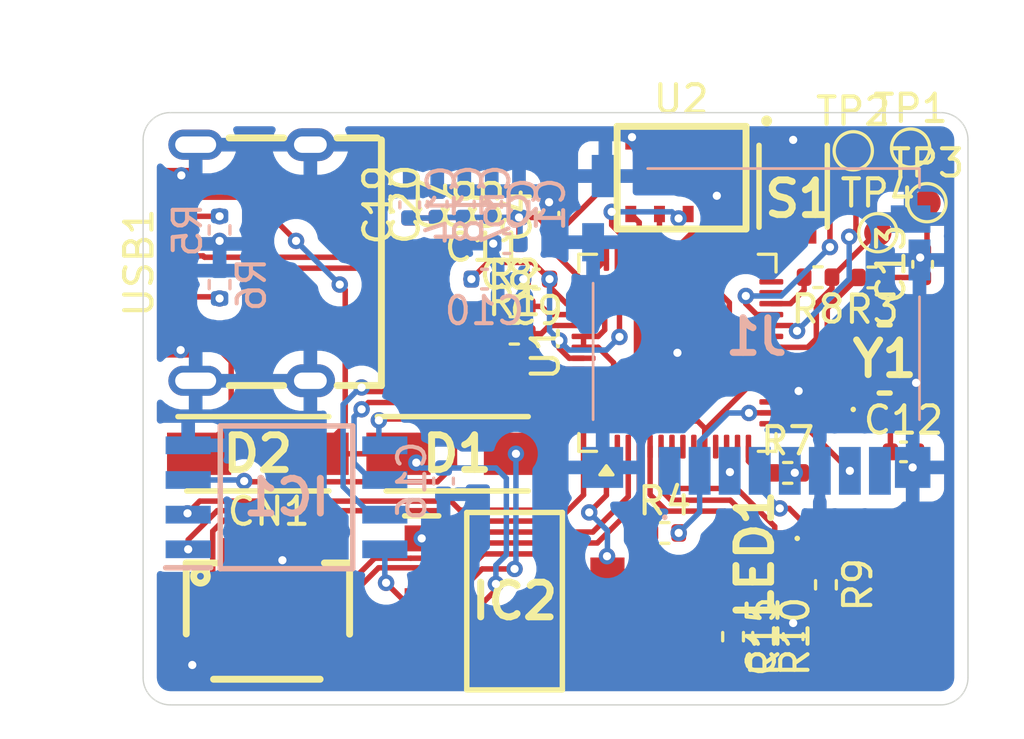
<source format=kicad_pcb>
(kicad_pcb (version 20241229) (generator "pcbnew") (generator_version "9.0")
  (layers (0 "F.Cu" signal) (2 "B.Cu" signal) (13 "F.Paste" user) (15 "B.Paste" user) (5 "F.SilkS" user "F.Silkscreen") (7 "B.SilkS" user "B.Silkscreen") (1 "F.Mask" user) (3 "B.Mask" user) (25 "Edge.Cuts" user))
  (net 0 "")
  (net 1 "GND")
  (net 2 "+3V3")
  (net 3 "+1V1")
  (net 4 "/XIN")
  (net 5 "Net-(Y1-CRYSTAL_2)")
  (net 6 "VBUS")
  (net 7 "/GPIO1")
  (net 8 "Net-(D1-A)")
  (net 9 "/GPIO2")
  (net 10 "Net-(D2-K)")
  (net 11 "/QSPI_SD1")
  (net 12 "/QSPI_SD2")
  (net 13 "/QSPI_SCLK")
  (net 14 "/QSPI_SD0")
  (net 15 "/QSPI_SD3")
  (net 16 "/QSPI_SS")
  (net 17 "/GPIO13")
  (net 20 "/GPIO12")
  (net 21 "/GPIO11")
  (net 22 "Net-(J1-CLK)")
  (net 23 "/GPIO3")
  (net 24 "/GPIO5")
  (net 25 "Net-(LED1-A_RED)")
  (net 26 "Net-(LED1-A_GREEN)")
  (net 27 "/GPIO4")
  (net 28 "Net-(LED1-A_BLUE)")
  (net 29 "/USB_D+")
  (net 30 "/USB_DIFF+")
  (net 31 "/USB_D-")
  (net 32 "/USB_DIFF-")
  (net 33 "/XOUT")
  (net 34 "Net-(USB1-CC2)")
  (net 35 "Net-(USB1-CC1)")
  (net 36 "/GPIO10")
  (net 37 "Net-(U1-RUN)")
  (net 38 "/GPIO23")
  (net 39 "/SWCLK")
  (net 40 "/SWD")
  (net 48 "/GPIO26_ADC0")
  (net 53 "/GPIO28_ADC2")
  (net 57 "/GPIO27_ADC1")
  (footprint "fpv_sound_logger:DIOM5227X270N" (layer "F.Cu") (at 135.5 92.4)
    (property "Reference" "D1")
    (property "Value" "SS14" (hide yes))
  )
  (footprint "Resistor_SMD:R_0402_1005Metric" (layer "F.Cu") (at 143.1 95.3)
    (property "Reference" "R4")
    (property "Value" "47k")
  )
  (footprint "fpv_sound_logger:MID-SMD_L4.7-W3.8_INMP441ACEZ" (layer "F.Cu") (at 143.429967 82.285034)
    (property "Reference" "U2")
    (property "Value" "INMP441ACEZ-R7")
  )
  (footprint "Capacitor_SMD:C_0402_1005Metric" (layer "F.Cu") (at 133.7625 83.2825 90)
    (property "Reference" "C19")
    (property "Value" "100n")
  )
  (footprint "Capacitor_SMD:C_0402_1005Metric" (layer "F.Cu") (at 137.3 84.7 180)
    (property "Reference" "C8")
    (property "Value" "1u")
  )
  (footprint "Capacitor_SMD:C_0402_1005Metric" (layer "F.Cu") (at 135.7625 83.2625 90)
    (property "Reference" "C7")
    (property "Value" "100n")
  )
  (footprint "TestPoint:TestPoint_Pad_D1.0mm" (layer "F.Cu") (at 152.7 83.2)
    (property "Reference" "TP3")
    (property "Value" "TestPoint")
  )
  (footprint "fpv_sound_logger:ABM8272T3" (layer "F.Cu") (at 151.15 88.925)
    (property "Reference" "Y1")
    (property "Value" "ABM8-272-T3" (hide yes))
  )
  (footprint "Resistor_SMD:R_0402_1005Metric" (layer "F.Cu") (at 146.7 99.1 -90)
    (property "Reference" "R10")
    (property "Value" "1k")
  )
  (footprint "Resistor_SMD:R_0402_1005Metric" (layer "F.Cu") (at 150.69 85.94 180)
    (property "Reference" "R3")
    (property "Value" "27")
  )
  (footprint "Resistor_SMD:R_0402_1005Metric" (layer "F.Cu") (at 137.59 87)
    (property "Reference" "R2")
    (property "Value" "27")
  )
  (footprint "fpv_sound_logger:SOT230P700X180-4N" (layer "F.Cu") (at 137.6 97.8)
    (property "Reference" "IC2")
    (property "Value" "NCP1117ST33T3G" (hide yes))
  )
  (footprint "Capacitor_SMD:C_0402_1005Metric" (layer "F.Cu") (at 136.5 86)
    (property "Reference" "C11")
    (property "Value" "100n")
  )
  (footprint "fpv_sound_logger:B3U-1000P" (layer "F.Cu") (at 147.8 82.6 90)
    (property "Reference" "S1")
    (property "Value" "B3U-1000P" (hide yes))
  )
  (footprint "Resistor_SMD:R_0402_1005Metric" (layer "F.Cu") (at 148.71 85.93 180)
    (property "Reference" "R8")
    (property "Value" "10k")
  )
  (footprint "Capacitor_SMD:C_0402_1005Metric" (layer "F.Cu") (at 152.54 85.46 90)
    (property "Reference" "C13")
    (property "Value" "1u")
  )
  (footprint "Capacitor_SMD:C_0402_1005Metric" (layer "F.Cu") (at 151.84 92.33)
    (property "Reference" "C12")
    (property "Value" "1u")
  )
  (footprint "Capacitor_SMD:C_0402_1005Metric" (layer "F.Cu") (at 138.4 86 180)
    (property "Reference" "C9")
    (property "Value" "1u")
  )
  (footprint "fpv_sound_logger:INS66TFT5R5G5B" (layer "F.Cu") (at 146.4 96.1 -90)
    (property "Reference" "LED1")
    (property "Value" "IN-S66TFT5R5G5B" (hide yes))
  )
  (footprint "TestPoint:TestPoint_Pad_D1.0mm" (layer "F.Cu") (at 150.9 84.3)
    (property "Reference" "TP4")
    (property "Value" "TestPoint")
  )
  (footprint "Capacitor_SMD:C_0402_1005Metric" (layer "F.Cu") (at 136.7625 83.2625 90)
    (property "Reference" "C6")
    (property "Value" "100n")
  )
  (footprint "Capacitor_SMD:C_0402_1005Metric" (layer "F.Cu") (at 137.7625 83.2625 90)
    (property "Reference" "C5")
    (property "Value" "100n")
  )
  (footprint "Resistor_SMD:R_0402_1005Metric" (layer "F.Cu") (at 149 97.2 -90)
    (property "Reference" "R9")
    (property "Value" "1k")
  )
  (footprint "fpv_sound_logger:CONN-SMD_4P-P1.00_SM04B-SRSS-TB-LF-SN" (layer "F.Cu") (at 128.6 98.2)
    (property "Reference" "CN1")
    (property "Value" "SM04B-SRSS-TB(LF)(SN)")
  )
  (footprint "TestPoint:TestPoint_Pad_D1.0mm" (layer "F.Cu") (at 150 81.3)
    (property "Reference" "TP2")
    (property "Value" "TestPoint")
  )
  (footprint "Capacitor_SMD:C_0402_1005Metric" (layer "F.Cu") (at 138.8625 83.6625 90)
    (property "Reference" "C4")
    (property "Value" "100n")
  )
  (footprint "Resistor_SMD:R_0402_1005Metric" (layer "F.Cu") (at 137.59 88)
    (property "Reference" "R1")
    (property "Value" "27")
  )
  (footprint "fpv_sound_logger:DIOM5227X270N" (layer "F.Cu") (at 128.2 92.4)
    (property "Reference" "D2")
    (property "Value" "SS14" (hide yes))
  )
  (footprint "Capacitor_SMD:C_0402_1005Metric" (layer "F.Cu") (at 134.7625 83.2625 90)
    (property "Reference" "C20")
    (property "Value" "1u")
  )
  (footprint "TestPoint:TestPoint_Pad_D1.0mm" (layer "F.Cu") (at 152.1 81.2)
    (property "Reference" "TP1")
    (property "Value" "TestPoint")
  )
  (footprint "Package_DFN_QFN:QFN-56-1EP_7x7mm_P0.4mm_EP3.2x3.2mm" (layer "F.Cu") (at 143.5625 88.7 90)
    (property "Reference" "U1")
    (property "Value" "RP2040")
  )
  (footprint "fpv_sound_logger:USB-C-SMD_TYPE-C-6PIN-2MD-073" (layer "F.Cu") (at 127.74925 85.4 90)
    (property "Reference" "USB1")
    (property "Value" "TYPE-C 16PIN 2MD(073)")
  )
  (footprint "Resistor_SMD:R_0402_1005Metric" (layer "F.Cu") (at 147.6 93.1)
    (property "Reference" "R7")
    (property "Value" "22")
  )
  (footprint "Resistor_SMD:R_0402_1005Metric" (layer "F.Cu") (at 145.6 99.1 -90)
    (property "Reference" "R11")
    (property "Value" "1k")
  )
  (footprint "Capacitor_SMD:C_0402_1005Metric" (layer "F.Cu") (at 147.8 99.1 90)
    (property "Reference" "C15")
    (property "Value" "10u")
  )
  (footprint "Resistor_SMD:R_0402_1005Metric" (layer "B.Cu") (at 126.8 84.2 -90)
    (property "Reference" "R5")
    (property "Value" "5k1")
  )
  (footprint "Resistor_SMD:R_0402_1005Metric" (layer "B.Cu") (at 126.8 86.2 90)
    (property "Reference" "R6")
    (property "Value" "5k1")
  )
  (footprint "Capacitor_SMD:C_0402_1005Metric" (layer "B.Cu") (at 135 93.4 -90)
    (property "Reference" "C16")
    (property "Value" "10u")
  )
  (footprint "Capacitor_SMD:C_0402_1005Metric" (layer "B.Cu") (at 137.32 84.7 180)
    (property "Reference" "C3")
    (property "Value" "100n")
  )
  (footprint "fpv_sound_logger:DM3DSF" (layer "B.Cu") (at 146.45 87.675 180)
    (property "Reference" "J1")
    (property "Value" "DM3D-SF" (hide yes))
  )
  (footprint "Capacitor_SMD:C_0402_1005Metric" (layer "B.Cu") (at 136.5 86)
    (property "Reference" "C10")
    (property "Value" "100n")
  )
  (footprint "Capacitor_SMD:C_0402_1005Metric" (layer "B.Cu") (at 136.7625 83.26 90)
    (property "Reference" "C2")
    (property "Value" "100n")
  )
  (footprint "Capacitor_SMD:C_0402_1005Metric" (layer "B.Cu") (at 137.7625 83.26 90)
    (property "Reference" "C1")
    (property "Value" "100n")
  )
  (footprint "fpv_sound_logger:SOIC127P790X216-8N" (layer "B.Cu") (at 129.25 93.995)
    (property "Reference" "IC1")
    (property "Value" "W25Q128JVSIQ" (hide yes))
  )
  (footprint "Capacitor_SMD:C_0402_1005Metric" (layer "B.Cu") (at 134.77 83.26 90)
    (property "Reference" "C18")
    (property "Value" "100n")
  )
  (footprint "Capacitor_SMD:C_0402_1005Metric" (layer "B.Cu") (at 135.76 83.26 90)
    (property "Reference" "C17")
    (property "Value" "10u")
  )
  (footprint "Capacitor_SMD:C_0402_1005Metric" (layer "B.Cu") (at 133.76 83.28 90)
    (property "Reference" "C14")
    (property "Value" "1u")
  )
  (gr_line (start 154.2 80.9) (end 154.2 100.6) (stroke (width 0.05)) (layer "Edge.Cuts"))
  (gr_arc (start 124 80.9) (mid 124.292893 80.192893) (end 125 79.9) (stroke (width 0.05)) (layer "Edge.Cuts"))
  (gr_line (start 125 79.9) (end 153.2 79.9) (stroke (width 0.05)) (layer "Edge.Cuts"))
  (gr_line (start 153.2 101.6) (end 125 101.6) (stroke (width 0.05)) (layer "Edge.Cuts"))
  (gr_arc (start 125 101.6) (mid 124.292893 101.307107) (end 124 100.6) (stroke (width 0.05)) (layer "Edge.Cuts"))
  (gr_arc (start 153.2 79.9) (mid 153.907107 80.192893) (end 154.2 80.9) (stroke (width 0.05)) (layer "Edge.Cuts"))
  (gr_line (start 124 100.6) (end 124 80.9) (stroke (width 0.05)) (layer "Edge.Cuts"))
  (gr_arc (start 154.2 100.6) (mid 153.907107 101.307107) (end 153.2 101.6) (stroke (width 0.05)) (layer "Edge.Cuts"))
  (segment (start 145.004967 81.620534) (end 145.004967 82.946534) (width 0.2) (layer "F.Cu") (net 1))
  (segment (start 150.55 88.05) (end 152.3 89.8) (width 0.2) (layer "F.Cu") (net 1))
  (segment (start 137.7625 82.7825) (end 138.4625 82.7825) (width 0.2) (layer "F.Cu") (net 1))
  (segment (start 136.98 86) (end 137.92 86) (width 0.2) (layer "F.Cu") (net 1))
  (segment (start 133.7625 82.8025) (end 134.7425 82.8025) (width 0.2) (layer "F.Cu") (net 1))
  (segment (start 147.6 89.7) (end 148 90.1) (width 0.2) (layer "F.Cu") (net 1))
  (segment (start 134.7425 82.8025) (end 134.7625 82.7825) (width 0.2) (layer "F.Cu") (net 1))
  (segment (start 152.7 84.82) (end 152.54 84.98) (width 0.2) (layer "F.Cu") (net 1))
  (segment (start 152.7 83.2) (end 152.7 84.82) (width 0.2) (layer "F.Cu") (net 1))
  (segment (start 136.7625 82.7825) (end 137.7625 82.7825) (width 0.2) (layer "F.Cu") (net 1))
  (segment (start 129.1005 96.2625) (end 129.1005 96.2995) (width 0.2) (layer "F.Cu") (net 1))
  (segment (start 125.8005 100.138) (end 125.8 100.1375) (width 0.2) (layer "F.Cu") (net 1))
  (segment (start 152.54 84.98) (end 152.54 85.119447) (width 0.2) (layer "F.Cu") (net 1))
  (segment (start 147 89.7) (end 147.6 89.7) (width 0.2) (layer "F.Cu") (net 1))
  (segment (start 150 88.05) (end 150.55 88.05) (width 0.2) (layer "F.Cu") (net 1))
  (segment (start 131.4 100.138) (end 125.8005 100.138) (width 0.2) (layer "F.Cu") (net 1))
  (segment (start 152.32 92.33) (end 152.32 92.755) (width 0.2) (layer "F.Cu") (net 1))
  (segment (start 129.1005 96.2995) (end 129.1 96.3) (width 0.2) (layer "F.Cu") (net 1))
  (segment (start 152.32 92.755) (end 152.175 92.9) (width 0.2) (layer "F.Cu") (net 1))
  (segment (start 147.8 98.62) (end 147.8 98.6) (width 0.2) (layer "F.Cu") (net 1))
  (segment (start 135.7625 82.7825) (end 136.7625 82.7825) (width 0.2) (layer "F.Cu") (net 1))
  (segment (start 125.37425 82.2) (end 125.4 82.2) (width 0.2) (layer "F.Cu") (net 1))
  (segment (start 144.5625 89.7) (end 143.5625 88.7) (width 0.2) (layer "F.Cu") (net 1))
  (segment (start 152.54 85.119447) (end 152.449447 85.21) (width 0.2) (layer "F.Cu") (net 1))
  (segment (start 134.7625 82.7825) (end 135.7625 82.7825) (width 0.2) (layer "F.Cu") (net 1))
  (segment (start 138.4625 82.7825) (end 138.8625 83.1825) (width 0.2) (layer "F.Cu") (net 1))
  (via (at 125.37425 88.6) (size 0.6) (drill 0.3) (layers "F.Cu" "B.Cu") (net 1))
  (via (at 148 90.1) (size 0.6) (drill 0.3) (layers "F.Cu" "B.Cu") (net 1))
  (via (at 136.82 84.7) (size 0.6) (drill 0.3) (layers "F.Cu" "B.Cu") (net 1))
  (via (at 152.449447 85.21) (size 0.6) (drill 0.3) (layers "F.Cu" "B.Cu") (net 1))
  (via (at 137.92 86) (size 0.6) (drill 0.3) (layers "F.Cu" "B.Cu") (net 1))
  (via (at 145.004967 82.946534) (size 0.6) (drill 0.3) (layers "F.Cu" "B.Cu") (net 1))
  (via (at 152.175 92.9) (size 0.6) (drill 0.3) (layers "F.Cu" "B.Cu") (net 1))
  (via (at 138.8625 83.1825) (size 0.6) (drill 0.3) (layers "F.Cu" "B.Cu") (net 1))
  (via (at 126.8 84.6) (size 0.6) (drill 0.3) (layers "F.Cu" "B.Cu") (net 1))
  (via (at 147.8 98.6) (size 0.6) (drill 0.3) (layers "F.Cu" "B.Cu") (net 1))
  (via (at 125.4 82.2) (size 0.6) (drill 0.3) (layers "F.Cu" "B.Cu") (net 1))
  (via (at 129.1 96.3) (size 0.6) (drill 0.3) (layers "F.Cu" "B.Cu") (net 1))
  (via (at 147.8 80.9) (size 0.6) (drill 0.3) (layers "F.Cu" "B.Cu") (net 1))
  (via (at 141.9 80.8) (size 0.6) (drill 0.3) (layers "F.Cu" "B.Cu") (net 1))
  (via (at 125.8 100.1375) (size 0.6) (drill 0.3) (layers "F.Cu" "B.Cu") (net 1))
  (via (at 143.5625 88.7) (size 0.6) (drill 0.3) (layers "F.Cu" "B.Cu") (net 1))
  (via (at 134.2 95.5) (size 0.6) (drill 0.3) (layers "F.Cu" "B.Cu") (net 1))
  (via (at 152.3 89.8) (size 0.6) (drill 0.3) (layers "F.Cu" "B.Cu") (net 1))
  (segment (start 135 93.88) (end 135 94.7) (width 0.4) (layer "B.Cu") (net 1))
  (segment (start 135 94.7) (end 134.2 95.5) (width 0.4) (layer "B.Cu") (net 1))
  (segment (start 126.8 85.69) (end 126.8 84.6) (width 0.2) (layer "B.Cu") (net 1))
  (segment (start 137.7625 83.7425) (end 137.7625 84.6825) (width 0.2) (layer "F.Cu") (net 2))
  (segment (start 149.621 96.37066) (end 149.621 97.089) (width 0.2) (layer "F.Cu") (net 2))
  (segment (start 137.7625 83.7425) (end 138.4625 83.7425) (width 0.2) (layer "F.Cu") (net 2))
  (segment (start 134.7625 83.7425) (end 135.7625 83.7425) (width 0.2) (layer "F.Cu") (net 2))
  (segment (start 147.8 99.58) (end 148.42 99.58) (width 0.2) (layer "F.Cu") (net 2))
  (segment (start 149 99) (end 149 97.71) (width 0.2) (layer "F.Cu") (net 2))
  (segment (start 146.199 89.901) (end 146.199 88.765726) (width 0.2) (layer "F.Cu") (net 2))
  (segment (start 140.658274 88.5) (end 140.125 88.5) (width 0.2) (layer "F.Cu") (net 2))
  (segment (start 141.225 91.2) (end 144.3 91.2) (width 0.2) (layer "F.Cu") (net 2))
  (segment (start 142.59 95.3) (end 142.59 96.21) (width 0.2) (layer "F.Cu") (net 2))
  (segment (start 147.310141 94.4) (end 147.65034 94.4) (width 0.2) (layer "F.Cu") (net 2))
  (segment (start 144.3 91.2) (end 144.5625 91.4625) (width 0.2) (layer "F.Cu") (net 2))
  (segment (start 140.7 86.5) (end 140.9 86.7) (width 0.2) (layer "F.Cu") (net 2))
  (segment (start 148.42 99.58) (end 149 99) (width 0.2) (layer "F.Cu") (net 2))
  (segment (start 150.9 84.3) (end 150.85 84.3) (width 0.2) (layer "F.Cu") (net 2))
  (segment (start 134.7342 97.8) (end 134.2 97.8) (width 0.2) (layer "F.Cu") (net 2))
  (segment (start 141.225 89.064726) (end 140.659274 88.499) (width 0.2) (layer "F.Cu") (net 2))
  (segment (start 140.9625 91.4625) (end 141.225 91.2) (width 0.2) (layer "F.Cu") (net 2))
  (segment (start 140.333298 94.548131) (end 140.9625 93.918929) (width 0.2) (layer "F.Cu") (net 2))
  (segment (start 137.7625 84.6825) (end 137.78 84.7) (width 0.2) (layer "F.Cu") (net 2))
  (segment (start 146.464726 88.5) (end 147 88.5) (width 0.2) (layer "F.Cu") (net 2))
  (segment (start 144.5625 91.5375) (end 146.199 89.901) (width 0.2) (layer "F.Cu") (net 2))
  (segment (start 140.125 86.5) (end 140.7 86.5) (width 0.2) (layer "F.Cu") (net 2))
  (segment (start 140.9625 92.1375) (end 140.9625 91.4625) (width 0.2) (layer "F.Cu") (net 2))
  (segment (start 144.5625 85.797774) (end 144.260274 86.1) (width 0.2) (layer "F.Cu") (net 2))
  (segment (start 140.125 86.1) (end 140.9625 85.2625) (width 0.2) (layer "F.Cu") (net 2))
  (segment (start 149.621 97.089) (end 149 97.71) (width 0.2) (layer "F.Cu") (net 2))
  (segment (start 140.125 86.5) (end 140.125 86.1) (width 0.2) (layer "F.Cu") (net 2))
  (segment (start 138.8625 84.8375) (end 140.125 86.1) (width 0.2) (layer "F.Cu") (net 2))
  (segment (start 138.4625 83.7425) (end 138.8625 84.1425) (width 0.2) (layer "F.Cu") (net 2))
  (segment (start 136.4652 96.069) (end 134.7342 97.8) (width 0.2) (layer "F.Cu") (net 2))
  (segment (start 146.7 99.61) (end 147.77 99.61) (width 0.2) (layer "F.Cu") (net 2))
  (segment (start 141 98.5) (end 141 97.8) (width 0.2) (layer "F.Cu") (net 2))
  (segment (start 144.5625 91.4625) (end 144.5625 92.1375) (width 0.2) (layer "F.Cu") (net 2))
  (segment (start 141.4 82.1) (end 139.3575 84.1425) (width 0.2) (layer "F.Cu") (net 2))
  (segment (start 142.4 82.1) (end 141.4 82.1) (width 0.2) (layer "F.Cu") (net 2))
  (segment (start 140.660274 88.1) (end 140.125 88.1) (width 0.2) (layer "F.Cu") (net 2))
  (segment (start 148.3329 88.5) (end 147 88.5) (width 0.2) (layer "F.Cu") (net 2))
  (segment (start 140.9625 93.918929) (end 140.9625 92.1375) (width 0.2) (layer "F.Cu") (net 2))
  (segment (start 144.5625 92.1375) (end 144.5625 91.5375) (width 0.2) (layer "F.Cu") (net 2))
  (segment (start 136.7625 83.7425) (end 137.7625 83.7425) (width 0.2) (layer "F.Cu") (net 2))
  (segment (start 134.2 97.8) (end 133.568459 97.8) (width 0.2) (layer "F.Cu") (net 2))
  (segment (start 140.125 86.1) (end 144.260274 86.1) (width 0.2) (layer "F.Cu") (net 2))
  (segment (start 133.7625 83.7625) (end 134.7425 83.7625) (width 0.2) (layer "F.Cu") (net 2))
  (segment (start 140.984468 96.152445) (end 140.984468 97.784468) (width 0.2) (layer "F.Cu") (net 2))
  (segment (start 147.77 99.61) (end 147.8 99.58) (width 0.2) (layer "F.Cu") (net 2))
  (segment (start 139.269 96.069) (end 136.4652 96.069) (width 0.2) (layer "F.Cu") (net 2))
  (segment (start 142.9 80.960001) (end 142.9 81.6) (width 0.2) (layer "F.Cu") (net 2))
  (segment (start 140.125 88.1) (end 140.125 88.5) (width 0.2) (layer "F.Cu") (net 2))
  (segment (start 146.199 88.765726) (end 146.464726 88.5) (width 0.2) (layer "F.Cu") (net 2))
  (segment (start 148.648 86.9049) (end 148.648 88.1849) (width 0.2) (layer "F.Cu") (net 2))
  (segment (start 133.568459 97.8) (end 132.895459 97.127) (width 0.2) (layer "F.Cu") (net 2))
  (segment (start 141.225 91.2) (end 141.225 89.064726) (width 0.2) (layer "F.Cu") (net 2))
  (segment (start 138.8625 84.1425) (end 138.8625 84.8375) (width 0.2) (layer "F.Cu") (net 2))
  (segment (start 142.904967 80.955034) (end 142.9 80.960001) (width 0.2) (layer "F.Cu") (net 2))
  (segment (start 148.648 88.1849) (end 148.3329 88.5) (width 0.2) (layer "F.Cu") (net 2))
  (segment (start 150.85 84.3) (end 149.22 85.93) (width 0.2) (layer "F.Cu") (net 2))
  (segment (start 140.984468 97.784468) (end 141 97.8) (width 0.2) (layer "F.Cu") (net 2))
  (segment (start 149.22 85.93) (end 149.22 86.3329) (width 0.2) (layer "F.Cu") (net 2))
  (segment (start 145.6 99.61) (end 146.7 99.61) (width 0.2) (layer "F.Cu") (net 2))
  (segment (start 135.7625 83.7425) (end 136.7625 83.7425) (width 0.2) (layer "F.Cu") (net 2))
  (segment (start 147.65034 94.4) (end 149.621 96.37066) (width 0.2) (layer "F.Cu") (net 2))
  (segment (start 142.59 96.21) (end 141 97.8) (width 0.2) (layer "F.Cu") (net 2))
  (segment (start 149.22 86.3329) (end 148.648 86.9049) (width 0.2) (layer "F.Cu") (net 2))
  (segment (start 145.6 99.61) (end 142.11 99.61) (width 0.2) (layer "F.Cu") (net 2))
  (segment (start 140.659274 88.499) (end 140.658274 88.5) (width 0.2) (layer "F.Cu") (net 2))
  (segment (start 141 97.8) (end 139.269 96.069) (width 0.2) (layer "F.Cu") (net 2))
  (segment (start 140.9 87.860274) (end 140.660274 88.1) (width 0.2) (layer "F.Cu") (net 2))
  (segment (start 142.11 99.61) (end 141 98.5) (width 0.2) (layer "F.Cu") (net 2))
  (segment (start 134.7425 83.7625) (end 134.7625 83.7425) (width 0.2) (layer "F.Cu") (net 2))
  (segment (start 142.9 81.6) (end 142.4 82.1) (width 0.2) (layer "F.Cu") (net 2))
  (segment (start 140.9 86.7) (end 140.9 87.860274) (width 0.2) (layer "F.Cu") (net 2))
  (segment (start 142.904967 80.955034) (end 143.954967 80.955034) (width 0.2) (layer "F.Cu") (net 2))
  (segment (start 139.3575 84.1425) (end 138.8625 84.1425) (width 0.2) (layer "F.Cu") (net 2))
  (segment (start 144.5625 85.2625) (end 144.5625 85.797774) (width 0.2) (layer "F.Cu") (net 2))
  (via (at 137.7625 83.7425) (size 0.6) (drill 0.3) (layers "F.Cu" "B.Cu") (net 2))
  (via (at 140.984468 96.152445) (size 0.6) (drill 0.3) (layers "F.Cu" "B.Cu") (net 2))
  (via (at 140.333298 94.548131) (size 0.6) (drill 0.3) (layers "F.Cu" "B.Cu") (net 2))
  (via (at 147.310141 94.4) (size 0.6) (drill 0.3) (layers "F.Cu" "B.Cu") (net 2))
  (via (at 132.895459 97.127) (size 0.6) (drill 0.3) (layers "F.Cu" "B.Cu") (net 2))
  (segment (start 141 95.214833) (end 140.333298 94.548131) (width 0.2) (layer "B.Cu") (net 2))
  (segment (start 136.7625 83.74) (end 137.7625 83.74) (width 0.2) (layer "B.Cu") (net 2))
  (segment (start 134.77 83.74) (end 135.76 83.74) (width 0.2) (layer "B.Cu") (net 2))
  (segment (start 146.575 93.025) (end 146.575 93.664859) (width 0.2) (layer "B.Cu") (net 2))
  (segment (start 137.8 83.78) (end 137.7625 83.7425) (width 0.2) (layer "B.Cu") (net 2))
  (segment (start 137.8 84.7) (end 137.8 83.78) (width 0.2) (layer "B.Cu") (net 2))
  (segment (start 134.75 83.76) (end 134.77 83.74) (width 0.2) (layer "B.Cu") (net 2))
  (segment (start 146.575 93.664859) (end 147.310141 94.4) (width 0.2) (layer "B.Cu") (net 2))
  (segment (start 141 96.136913) (end 140.984468 96.152445) (width 0.2) (layer "B.Cu") (net 2))
  (segment (start 132.85 97.081541) (end 132.895459 97.127) (width 0.2) (layer "B.Cu") (net 2))
  (segment (start 133.76 83.76) (end 134.75 83.76) (width 0.2) (layer "B.Cu") (net 2))
  (segment (start 135.76 83.74) (end 136.7625 83.74) (width 0.2) (layer "B.Cu") (net 2))
  (segment (start 141 95.214833) (end 141 96.136913) (width 0.2) (layer "B.Cu") (net 2))
  (segment (start 132.85 95.9) (end 132.85 97.081541) (width 0.2) (layer "B.Cu") (net 2))
  (segment (start 137.7625 83.74) (end 137.7625 83.7425) (width 0.2) (layer "B.Cu") (net 2))
  (segment (start 145.2 86.6) (end 141.8 86.6) (width 0.2) (layer "F.Cu") (net 3))
  (segment (start 141.8 86.6) (end 141.44103 86.95897) (width 0.2) (layer "F.Cu") (net 3))
  (segment (start 139.2375 88.25) (end 139.2375 88.5375) (width 0.2) (layer "F.Cu") (net 3))
  (segment (start 139.2375 88.5375) (end 139.6 88.9) (width 0.2) (layer "F.Cu") (net 3))
  (segment (start 139.6 88.9) (end 140.125 88.9) (width 0.2) (layer "F.Cu") (net 3))
  (segment (start 138.88 86) (end 138.269 85.389) (width 0.2) (layer "F.Cu") (net 3))
  (segment (start 138.269 85.389) (end 136.631 85.389) (width 0.2) (layer "F.Cu") (net 3))
  (segment (start 145.4635 86.8635) (end 145.2 86.6) (width 0.2) (layer "F.Cu") (net 3))
  (segment (start 147 88.1) (end 145.8 88.1) (width 0.2) (layer "F.Cu") (net 3))
  (segment (start 141.44103 86.95897) (end 141.44103 88.119672) (width 0.2) (layer "F.Cu") (net 3))
  (segment (start 139.5 86.9) (end 138.88 86.28) (width 0.2) (layer "F.Cu") (net 3))
  (segment (start 136.631 85.389) (end 136.02 86) (width 0.2) (layer "F.Cu") (net 3))
  (segment (start 138.88 86.28) (end 138.88 86) (width 0.2) (layer "F.Cu") (net 3))
  (segment (start 145.8 88.1) (end 145.4635 87.7635) (width 0.2) (layer "F.Cu") (net 3))
  (segment (start 145.4635 87.7635) (end 145.4635 86.8635) (width 0.2) (layer "F.Cu") (net 3))
  (segment (start 140.125 86.9) (end 139.5 86.9) (width 0.2) (layer "F.Cu") (net 3))
  (via (at 136.02 86) (size 0.6) (drill 0.3) (layers "F.Cu" "B.Cu") (net 3))
  (via (at 138.88 86) (size 0.6) (drill 0.3) (layers "F.Cu" "B.Cu") (net 3))
  (via (at 141.44103 88.119672) (size 0.6) (drill 0.3) (layers "F.Cu" "B.Cu") (net 3))
  (via (at 139.2375 88.25) (size 0.6) (drill 0.3) (layers "F.Cu" "B.Cu") (net 3))
  (segment (start 138.88 87.8925) (end 138.88 86) (width 0.2) (layer "B.Cu") (net 3))
  (segment (start 139.01461 86.13461) (end 138.88 86) (width 0.2) (layer "B.Cu") (net 3))
  (segment (start 140.960702 88.6) (end 139.5875 88.6) (width 0.2) (layer "B.Cu") (net 3))
  (segment (start 139.5875 88.6) (end 139.2375 88.25) (width 0.2) (layer "B.Cu") (net 3))
  (segment (start 139.2375 88.25) (end 138.88 87.8925) (width 0.2) (layer "B.Cu") (net 3))
  (segment (start 140.960702 88.6) (end 141.44103 88.119672) (width 0.2) (layer "B.Cu") (net 3))
  (segment (start 151.36 92.33) (end 151.36 91.16) (width 0.2) (layer "F.Cu") (net 4))
  (segment (start 151.36 91.16) (end 150 89.8) (width 0.2) (layer "F.Cu") (net 4))
  (segment (start 147 89.3) (end 149.5 89.3) (width 0.2) (layer "F.Cu") (net 4))
  (segment (start 149.5 89.3) (end 150 89.8) (width 0.2) (layer "F.Cu") (net 4))
  (segment (start 152.54 85.94) (end 152.54 87.81) (width 0.2) (layer "F.Cu") (net 5))
  (segment (start 152.54 87.81) (end 152.3 88.05) (width 0.2) (layer "F.Cu") (net 5))
  (segment (start 151.2 85.94) (end 152.54 85.94) (width 0.2) (layer "F.Cu") (net 5))
  (segment (start 131.4 91.35) (end 130.35 92.4) (width 0.2) (layer "F.Cu") (net 6))
  (segment (start 136.916698 97.169) (end 136.916698 97.383302) (width 0.2) (layer "F.Cu") (net 6))
  (segment (start 134.025002 91.724998) (end 133.35 92.4) (width 0.2) (layer "F.Cu") (net 6))
  (segment (start 133.45 92.5) (end 133.35 92.4) (width 0.2) (layer "F.Cu") (net 6))
  (segment (start 136.916698 97.383302) (end 134.2 100.1) (width 0.2) (layer "F.Cu") (net 6))
  (segment (start 130.35 92.4) (end 133.35 92.4) (width 0.2) (layer "F.Cu") (net 6))
  (segment (start 131.2 86.2) (end 131.4 86.4) (width 0.2) (layer "F.Cu") (net 6))
  (segment (start 128 83) (end 129.6 84.6) (width 0.2) (layer "F.Cu") (net 6))
  (segment (start 131.4 86.4) (end 131.4 91.35) (width 0.2) (layer "F.Cu") (net 6))
  (segment (start 125.37425 83) (end 128 83) (width 0.2) (layer "F.Cu") (net 6))
  (via (at 136.916698 97.169) (size 0.6) (drill 0.3) (layers "F.Cu" "B.Cu") (net 6))
  (via (at 134.001386 92.724796) (size 0.6) (drill 0.3) (layers "F.Cu" "B.Cu") (net 6))
  (via (at 131.2 86.2) (size 0.6) (drill 0.3) (layers "F.Cu" "B.Cu") (net 6))
  (via (at 129.6 84.6) (size 0.6) (drill 0.3) (layers "F.Cu" "B.Cu") (net 6))
  (segment (start 134.19659 92.92) (end 134.001386 92.724796) (width 0.2) (layer "B.Cu") (net 6))
  (segment (start 137.299 96.1) (end 136.916698 96.482302) (width 0.2) (layer "B.Cu") (net 6))
  (segment (start 135 92.92) (end 136.919 92.92) (width 0.2) (layer "B.Cu") (net 6))
  (segment (start 135 92.92) (end 134.19659 92.92) (width 0.2) (layer "B.Cu") (net 6))
  (segment (start 136.916698 96.482302) (end 136.916698 97.169) (width 0.2) (layer "B.Cu") (net 6))
  (segment (start 136.919 92.92) (end 137.299 93.3) (width 0.2) (layer "B.Cu") (net 6))
  (segment (start 129.6 84.6) (end 131.2 86.2) (width 0.2) (layer "B.Cu") (net 6))
  (segment (start 133.926 92.800182) (end 134.001386 92.724796) (width 0.2) (layer "B.Cu") (net 6))
  (segment (start 137.299 93.3) (end 137.299 96.1) (width 0.2) (layer "B.Cu") (net 6))
  (segment (start 140.464372 95.267) (end 136.035 95.267) (width 0.2) (layer "F.Cu") (net 7))
  (segment (start 128.263 97.4) (end 128.1 97.237) (width 0.2) (layer "F.Cu") (net 7))
  (segment (start 141.7625 93.968872) (end 140.464372 95.267) (width 0.2) (layer "F.Cu") (net 7))
  (segment (start 135.076 96.226) (end 135.9 95.402) (width 0.2) (layer "F.Cu") (net 7))
  (segment (start 135.9 95.402) (end 135.9 95.4) (width 0.2) (layer "F.Cu") (net 7))
  (segment (start 128.1 97.237) (end 128.1 96.262) (width 0.2) (layer "F.Cu") (net 7))
  (segment (start 133.8 96.226) (end 135.076 96.226) (width 0.2) (layer "F.Cu") (net 7))
  (segment (start 132.3 96.4) (end 132.474 96.226) (width 0.2) (layer "F.Cu") (net 7))
  (segment (start 131.3 97.4) (end 128.263 97.4) (width 0.2) (layer "F.Cu") (net 7))
  (segment (start 136.035 95.267) (end 135.9 95.402) (width 0.2) (layer "F.Cu") (net 7))
  (segment (start 132.3 96.4) (end 131.3 97.4) (width 0.2) (layer "F.Cu") (net 7))
  (segment (start 141.7625 92.1375) (end 141.7625 93.968872) (width 0.2) (layer "F.Cu") (net 7))
  (segment (start 132.474 96.226) (end 133.8 96.226) (width 0.2) (layer "F.Cu") (net 7))
  (segment (start 129.7 94.837) (end 126.948 94.837) (width 0.2) (layer "F.Cu") (net 8))
  (segment (start 126.948 94.837) (end 126.549 95.236) (width 0.2) (layer "F.Cu") (net 8))
  (segment (start 127.787 98.526) (end 135.076 98.526) (width 0.2) (layer "F.Cu") (net 8))
  (segment (start 135.5 98.102) (end 135.5 97.530588) (width 0.2) (layer "F.Cu") (net 8))
  (segment (start 135.076 98.526) (end 135.5 98.102) (width 0.2) (layer "F.Cu") (net 8))
  (segment (start 126.549 97.288) (end 127.787 98.526) (width 0.2) (layer "F.Cu") (net 8))
  (segment (start 136.411588 96.619) (end 137.6 96.619) (width 0.2) (layer "F.Cu") (net 8))
  (segment (start 126.549 95.236) (end 126.549 97.288) (width 0.2) (layer "F.Cu") (net 8))
  (segment (start 130.1005 95.2375) (end 129.7 94.837) (width 0.2) (layer "F.Cu") (net 8))
  (segment (start 135.5 97.530588) (end 136.411588 96.619) (width 0.2) (layer "F.Cu") (net 8))
  (segment (start 130.1005 96.2625) (end 130.1005 95.2375) (width 0.2) (layer "F.Cu") (net 8))
  (via (at 137.65 92.4) (size 0.6) (drill 0.3) (layers "F.Cu" "B.Cu") (net 8))
  (via (at 137.6 96.619) (size 0.6) (drill 0.3) (layers "F.Cu" "B.Cu") (net 8))
  (segment (start 137.6 96.619) (end 137.65 96.569) (width 0.2) (layer "B.Cu") (net 8))
  (segment (start 137.65 96.569) (end 137.65 92.4) (width 0.2) (layer "B.Cu") (net 8))
  (segment (start 131.449 97.751) (end 132.623 96.577) (width 0.2) (layer "F.Cu") (net 9))
  (segment (start 135.221389 96.577) (end 136.130388 95.668) (width 0.2) (layer "F.Cu") (net 9))
  (segment (start 136.130388 95.668) (end 140.630472 95.668) (width 0.2) (layer "F.Cu") (net 9))
  (segment (start 140.630472 95.668) (end 142.1625 94.135972) (width 0.2) (layer "F.Cu") (net 9))
  (segment (start 142.1625 94.135972) (end 142.1625 92.1375) (width 0.2) (layer "F.Cu") (net 9))
  (segment (start 132.623 96.577) (end 135.221389 96.577) (width 0.2) (layer "F.Cu") (net 9))
  (segment (start 127.614 97.751) (end 131.449 97.751) (width 0.2) (layer "F.Cu") (net 9))
  (segment (start 127.1 96.262) (end 127.1 97.237) (width 0.2) (layer "F.Cu") (net 9))
  (segment (start 127.1 97.237) (end 127.614 97.751) (width 0.2) (layer "F.Cu") (net 9))
  (segment (start 127.22525 89.024) (end 126.00125 87.8) (width 0.2) (layer "F.Cu") (net 10))
  (segment (start 127.22525 91.22475) (end 127.22525 89.024) (width 0.2) (layer "F.Cu") (net 10))
  (segment (start 126.05 92.4) (end 127.22525 91.22475) (width 0.2) (layer "F.Cu") (net 10))
  (segment (start 126.00125 87.8) (end 125.37425 87.8) (width 0.2) (layer "F.Cu") (net 10))
  (segment (start 135.27 94.135) (end 126.071471 94.135) (width 0.2) (layer "F.Cu") (net 11))
  (segment (start 135.6 94.465) (end 135.27 94.135) (width 0.2) (layer "F.Cu") (net 11))
  (segment (start 126.071471 94.135) (end 125.625737 94.580734) (width 0.2) (layer "F.Cu") (net 11))
  (segment (start 139.3 94.1658) (end 139.0008 94.465) (width 0.2) (layer "F.Cu") (net 11))
  (segment (start 139.3 91.15) (end 139.3 94.1658) (width 0.2) (layer "F.Cu") (net 11))
  (segment (start 140.125 90.9) (end 139.55 90.9) (width 0.2) (layer "F.Cu") (net 11))
  (segment (start 139.0008 94.465) (end 135.6 94.465) (width 0.2) (layer "F.Cu") (net 11))
  (segment (start 139.55 90.9) (end 139.3 91.15) (width 0.2) (layer "F.Cu") (net 11))
  (via (at 125.625737 94.580734) (size 0.6) (drill 0.3) (layers "F.Cu" "B.Cu") (net 11))
  (segment (start 134.776 93.426) (end 135.4 92.802) (width 0.2) (layer "F.Cu") (net 12))
  (segment (start 127.726 93.426) (end 134.776 93.426) (width 0.2) (layer "F.Cu") (net 12))
  (segment (start 138.679612 91.274) (end 139.453612 90.5) (width 0.2) (layer "F.Cu") (net 12))
  (segment (start 139.453612 90.5) (end 140.125 90.5) (width 0.2) (layer "F.Cu") (net 12))
  (segment (start 135.4 92.198) (end 136.324 91.274) (width 0.2) (layer "F.Cu") (net 12))
  (segment (start 127.7 93.4) (end 127.726 93.426) (width 0.2) (layer "F.Cu") (net 12))
  (segment (start 136.324 91.274) (end 138.679612 91.274) (width 0.2) (layer "F.Cu") (net 12))
  (segment (start 135.4 92.802) (end 135.4 92.198) (width 0.2) (layer "F.Cu") (net 12))
  (via (at 127.7 93.4) (size 0.6) (drill 0.3) (layers "F.Cu" "B.Cu") (net 12))
  (segment (start 127.66 93.36) (end 125.65 93.36) (width 0.2) (layer "B.Cu") (net 12))
  (segment (start 127.7 93.4) (end 127.66 93.36) (width 0.2) (layer "B.Cu") (net 12))
  (segment (start 132.248624 90.522) (end 137.6109 90.522) (width 0.2) (layer "F.Cu") (net 13))
  (segment (start 137.6109 90.522) (end 138.4329 89.7) (width 0.2) (layer "F.Cu") (net 13))
  (segment (start 132 90.770624) (end 132.248624 90.522) (width 0.2) (layer "F.Cu") (net 13))
  (segment (start 138.4329 89.7) (end 140.125 89.7) (width 0.2) (layer "F.Cu") (net 13))
  (via (at 132 90.770624) (size 0.6) (drill 0.3) (layers "F.Cu" "B.Cu") (net 13))
  (segment (start 131.724 91.046624) (end 132 90.770624) (width 0.2) (layer "B.Cu") (net 13))
  (segment (start 132.85 93.36) (end 132.35 93.36) (width 0.2) (layer "B.Cu") (net 13))
  (segment (start 132.35 93.36) (end 131.724 92.734) (width 0.2) (layer "B.Cu") (net 13))
  (segment (start 131.724 92.734) (end 131.724 91.046624) (width 0.2) (layer "B.Cu") (net 13))
  (segment (start 140.125 90.1) (end 138.6 90.1) (width 0.2) (layer "F.Cu") (net 14))
  (segment (start 137.777 90.923) (end 136.0079 90.923) (width 0.2) (layer "F.Cu") (net 14))
  (segment (start 138.6 90.1) (end 137.777 90.923) (width 0.2) (layer "F.Cu") (net 14))
  (segment (start 135.805902 91.124998) (end 132.681653 91.124998) (width 0.2) (layer "F.Cu") (net 14))
  (segment (start 132.681653 91.124998) (end 132.631651 91.175) (width 0.2) (layer "F.Cu") (net 14))
  (segment (start 136.0079 90.923) (end 135.805902 91.124998) (width 0.2) (layer "F.Cu") (net 14))
  (via (at 132.631651 91.175) (size 0.6) (drill 0.3) (layers "F.Cu" "B.Cu") (net 14))
  (segment (start 132.631651 91.871651) (end 132.85 92.09) (width 0.2) (layer "B.Cu") (net 14))
  (segment (start 132.631651 91.175) (end 132.631651 91.871651) (width 0.2) (layer "B.Cu") (net 14))
  (segment (start 132.9 92.04) (end 132.85 92.09) (width 0.2) (layer "B.Cu") (net 14))
  (segment (start 138.2 89.3) (end 137.8 89.7) (width 0.2) (layer "F.Cu") (net 15))
  (segment (start 137.8 89.7) (end 137.379 90.121) (width 0.2) (layer "F.Cu") (net 15))
  (segment (start 137.379 90.121) (end 132.150377 90.121) (width 0.2) (layer "F.Cu") (net 15))
  (segment (start 132.150377 90.121) (end 131.999999 89.970622) (width 0.2) (layer "F.Cu") (net 15))
  (segment (start 140.125 89.3) (end 138.2 89.3) (width 0.2) (layer "F.Cu") (net 15))
  (via (at 131.999999 89.970622) (size 0.6) (drill 0.3) (layers "F.Cu" "B.Cu") (net 15))
  (segment (start 132.85 94.63) (end 132.35 94.63) (width 0.2) (layer "B.Cu") (net 15))
  (segment (start 131.950059 89.970622) (end 131.999999 89.970622) (width 0.2) (layer "B.Cu") (net 15))
  (segment (start 132.35 94.63) (end 131.323 93.603) (width 0.2) (layer "B.Cu") (net 15))
  (segment (start 131.323 93.603) (end 131.323 90.597681) (width 0.2) (layer "B.Cu") (net 15))
  (segment (start 131.323 90.597681) (end 131.950059 89.970622) (width 0.2) (layer "B.Cu") (net 15))
  (segment (start 135.268 94.866) (end 134.888 94.486) (width 0.2) (layer "F.Cu") (net 16))
  (segment (start 139.1669 94.866) (end 135.268 94.866) (width 0.2) (layer "F.Cu") (net 16))
  (segment (start 125.65 95.55) (end 125.65 95.9) (width 0.2) (layer "F.Cu") (net 16))
  (segment (start 126.714 94.486) (end 125.65 95.55) (width 0.2) (layer "F.Cu") (net 16))
  (segment (start 134.888 94.486) (end 126.714 94.486) (width 0.2) (layer "F.Cu") (net 16))
  (segment (start 140.125 91.3) (end 140.125 93.9079) (width 0.2) (layer "F.Cu") (net 16))
  (segment (start 140.125 93.9079) (end 139.1669 94.866) (width 0.2) (layer "F.Cu") (net 16))
  (via (at 125.65 95.9) (size 0.6) (drill 0.3) (layers "F.Cu" "B.Cu") (net 16))
  (segment (start 147 90.9) (end 146.188392 90.9) (width 0.2) (layer "F.Cu") (net 17))
  (segment (start 146.188392 90.9) (end 146.183074 90.905318) (width 0.2) (layer "F.Cu") (net 17))
  (via (at 146.183074 90.905318) (size 0.6) (drill 0.3) (layers "F.Cu" "B.Cu") (net 17))
  (via (at 143.61 95.3) (size 0.6) (drill 0.3) (layers "F.Cu" "B.Cu") (net 17))
  (segment (start 144.375 94.535) (end 143.61 95.3) (width 0.2) (layer "B.Cu") (net 17))
  (segment (start 144.375 91.95) (end 145.419682 90.905318) (width 0.2) (layer "B.Cu") (net 17))
  (segment (start 144.375 93.025) (end 144.375 94.535) (width 0.2) (layer "B.Cu") (net 17))
  (segment (start 145.419682 90.905318) (end 146.183074 90.905318) (width 0.2) (layer "B.Cu") (net 17))
  (segment (start 144.375 93.025) (end 144.375 91.95) (width 0.2) (layer "B.Cu") (net 17))
  (segment (start 147 91.3) (end 148.15 91.3) (width 0.2) (layer "F.Cu") (net 20))
  (segment (start 148.15 91.3) (end 149.875 93.025) (width 0.2) (layer "F.Cu") (net 20))
  (via (at 149.875 93.025) (size 0.6) (drill 0.3) (layers "F.Cu" "B.Cu") (net 20))
  (segment (start 146.1625 92.670774) (end 146.1625 92.1375) (width 0.2) (layer "F.Cu") (net 21))
  (segment (start 146.591726 93.1) (end 147.09 93.1) (width 0.2) (layer "F.Cu") (net 21))
  (segment (start 146.1625 92.670774) (end 146.591726 93.1) (width 0.2) (layer "F.Cu") (net 21))
  (segment (start 148.11 93.1) (end 147.864879 93.1) (width 0.2) (layer "F.Cu") (net 22))
  (segment (start 147.864879 93.1) (end 147.86 93.095121) (width 0.2) (layer "F.Cu") (net 22))
  (via (at 147.86 93.095121) (size 0.6) (drill 0.3) (layers "F.Cu" "B.Cu") (net 22))
  (segment (start 145.675 95.5) (end 145.675 94.875) (width 0.2) (layer "F.Cu") (net 23))
  (segment (start 142.5625 93.8967) (end 142.5625 92.1375) (width 0.2) (layer "F.Cu") (net 23))
  (segment (start 145.675 94.875) (end 145.301 94.501) (width 0.2) (layer "F.Cu") (net 23))
  (segment (start 143.1668 94.501) (end 142.5625 93.8967) (width 0.2) (layer "F.Cu") (net 23))
  (segment (start 145.301 94.501) (end 143.1668 94.501) (width 0.2) (layer "F.Cu") (net 23))
  (segment (start 147.125 95.5) (end 147.125 95.063389) (width 0.2) (layer "F.Cu") (net 24))
  (segment (start 145.733134 93.671523) (end 143.471523 93.671523) (width 0.2) (layer "F.Cu") (net 24))
  (segment (start 143.471523 93.671523) (end 143.3625 93.5625) (width 0.2) (layer "F.Cu") (net 24))
  (segment (start 143.3625 93.5625) (end 143.3625 92.1375) (width 0.2) (layer "F.Cu") (net 24))
  (segment (start 147.125 95.063389) (end 145.733134 93.671523) (width 0.2) (layer "F.Cu") (net 24))
  (segment (start 146.4 98.29) (end 146.4 96.7) (width 0.2) (layer "F.Cu") (net 25))
  (segment (start 146.7 98.59) (end 146.4 98.29) (width 0.2) (layer "F.Cu") (net 25))
  (segment (start 145.6 96.775) (end 145.675 96.7) (width 0.2) (layer "F.Cu") (net 26))
  (segment (start 145.6 98.59) (end 145.6 96.775) (width 0.2) (layer "F.Cu") (net 26))
  (segment (start 142.9625 93.7296) (end 143.3329 94.1) (width 0.2) (layer "F.Cu") (net 27))
  (segment (start 142.9625 92.1375) (end 142.9625 93.7296) (width 0.2) (layer "F.Cu") (net 27))
  (segment (start 146.4 95) (end 146.4 95.5) (width 0.2) (layer "F.Cu") (net 27))
  (segment (start 143.3329 94.1) (end 145.5 94.1) (width 0.2) (layer "F.Cu") (net 27))
  (segment (start 145.5 94.1) (end 146.4 95) (width 0.2) (layer "F.Cu") (net 27))
  (segment (start 149 96.69) (end 147.135 96.69) (width 0.2) (layer "F.Cu") (net 28))
  (segment (start 147.135 96.69) (end 147.125 96.7) (width 0.2) (layer "F.Cu") (net 28))
  (segment (start 126.249251 85.6) (end 133.517156 85.6) (width 0.2) (layer "F.Cu") (net 29))
  (segment (start 136.299999 87.7) (end 136.599999 88) (width 0.2) (layer "F.Cu") (net 29))
  (segment (start 133.517156 85.6) (end 135.617156 87.7) (width 0.2) (layer "F.Cu") (net 29))
  (segment (start 125.37425 85.65) (end 126.199251 85.65) (width 0.2) (layer "F.Cu") (net 29))
  (segment (start 135.617156 87.7) (end 136.299999 87.7) (width 0.2) (layer "F.Cu") (net 29))
  (segment (start 136.599999 88) (end 137.08 88) (width 0.2) (layer "F.Cu") (net 29))
  (segment (start 126.199251 85.65) (end 126.249251 85.6) (width 0.2) (layer "F.Cu") (net 29))
  (segment (start 138.580001 88) (end 138.1 88) (width 0.2) (layer "F.Cu") (net 30))
  (segment (start 138.880001 87.7) (end 138.580001 88) (width 0.2) (layer "F.Cu") (net 30))
  (segment (start 140.125 87.7) (end 138.880001 87.7) (width 0.2) (layer "F.Cu") (net 30))
  (segment (start 133.682844 85.2) (end 135.782844 87.3) (width 0.2) (layer "F.Cu") (net 31))
  (segment (start 135.782844 87.3) (end 136.299999 87.3) (width 0.2) (layer "F.Cu") (net 31))
  (segment (start 126.249251 85.2) (end 133.682844 85.2) (width 0.2) (layer "F.Cu") (net 31))
  (segment (start 136.599999 87) (end 137.08 87) (width 0.2) (layer "F.Cu") (net 31))
  (segment (start 136.299999 87.3) (end 136.599999 87) (width 0.2) (layer "F.Cu") (net 31))
  (segment (start 125.37425 85.15) (end 126.199251 85.15) (width 0.2) (layer "F.Cu") (net 31))
  (segment (start 126.199251 85.15) (end 126.249251 85.2) (width 0.2) (layer "F.Cu") (net 31))
  (segment (start 138.580001 87) (end 138.1 87) (width 0.2) (layer "F.Cu") (net 32))
  (segment (start 140.125 87.3) (end 138.880001 87.3) (width 0.2) (layer "F.Cu") (net 32))
  (segment (start 138.880001 87.3) (end 138.580001 87) (width 0.2) (layer "F.Cu") (net 32))
  (segment (start 148.5 88.9) (end 149.049 88.351) (width 0.2) (layer "F.Cu") (net 33))
  (segment (start 149.049 88.351) (end 149.049 87.071) (width 0.2) (layer "F.Cu") (net 33))
  (segment (start 149.049 87.071) (end 150.18 85.94) (width 0.2) (layer "F.Cu") (net 33))
  (segment (start 147 88.9) (end 148.5 88.9) (width 0.2) (layer "F.Cu") (net 33))
  (segment (start 126.8 83.7) (end 125.42425 83.7) (width 0.2) (layer "F.Cu") (net 34))
  (segment (start 125.42425 83.7) (end 125.37425 83.65) (width 0.2) (layer "F.Cu") (net 34))
  (via (at 126.8 83.7) (size 0.6) (drill 0.3) (layers "F.Cu" "B.Cu") (net 34))
  (segment (start 126.8 83.69) (end 126.8 83.7) (width 0.2) (layer "B.Cu") (net 34))
  (segment (start 126.74 86.65) (end 126.8 86.71) (width 0.2) (layer "F.Cu") (net 35))
  (segment (start 125.37425 86.65) (end 126.74 86.65) (width 0.2) (layer "F.Cu") (net 35))
  (via (at 126.8 86.71) (size 0.6) (drill 0.3) (layers "F.Cu" "B.Cu") (net 35))
  (segment (start 145.7625 92.1375) (end 145.7625 92.792214) (width 0.2) (layer "F.Cu") (net 36))
  (segment (start 145.7625 92.792214) (end 145.484191 93.070523) (width 0.2) (layer "F.Cu") (net 36))
  (via (at 145.484191 93.070523) (size 0.6) (drill 0.3) (layers "F.Cu" "B.Cu") (net 36))
  (segment (start 145.624649 93.025) (end 145.673486 93.073837) (width 0.2) (layer "B.Cu") (net 36))
  (segment (start 145.475 93.025) (end 145.624649 93.025) (width 0.2) (layer "B.Cu") (net 36))
  (segment (start 147.7 86.9) (end 147 86.9) (width 0.2) (layer "F.Cu") (net 37))
  (segment (start 148.2 85.93) (end 148.2 86.4) (width 0.2) (layer "F.Cu") (net 37))
  (segment (start 148.2 86.4) (end 147.7 86.9) (width 0.2) (layer "F.Cu") (net 37))
  (segment (start 143.7625 85.2625) (end 143.7625 84.6375) (width 0.2) (layer "F.Cu") (net 38))
  (segment (start 143.7625 84.6375) (end 144.1 84.3) (width 0.2) (layer "F.Cu") (net 38))
  (segment (start 144.1 84.3) (end 147.8 84.3) (width 0.2) (layer "F.Cu") (net 38))
  (segment (start 150.099 83.201) (end 150.099 84.20247) (width 0.2) (layer "F.Cu") (net 39))
  (segment (start 152.1 81.2) (end 150.099 83.201) (width 0.2) (layer "F.Cu") (net 39))
  (segment (start 147.742185 87.7) (end 147 87.7) (width 0.2) (layer "F.Cu") (net 39))
  (segment (start 147.942185 87.9) (end 147.742185 87.7) (width 0.2) (layer "F.Cu") (net 39))
  (segment (start 150.099 84.20247) (end 149.851529 84.449941) (width 0.2) (layer "F.Cu") (net 39))
  (via (at 147.942185 87.9) (size 0.6) (drill 0.3) (layers "F.Cu" "B.Cu") (net 39))
  (via (at 149.851529 84.449941) (size 0.6) (drill 0.3) (layers "F.Cu" "B.Cu") (net 39))
  (segment (start 149.851529 84.449941) (end 149.851529 85.990656) (width 0.2) (layer "B.Cu") (net 39))
  (segment (start 149.851529 85.990656) (end 147.942185 87.9) (width 0.2) (layer "B.Cu") (net 39))
  (segment (start 150 81.3) (end 149.146805 82.153195) (width 0.2) (layer "F.Cu") (net 40))
  (segment (start 146.464726 87.3) (end 147 87.3) (width 0.2) (layer "F.Cu") (net 40))
  (segment (start 146.066489 86.617961) (end 146.066489 86.901763) (width 0.2) (layer "F.Cu") (net 40))
  (segment (start 149.146805 82.153195) (end 149.146805 84.828581) (width 0.2) (layer "F.Cu") (net 40))
  (segment (start 146.066489 86.901763) (end 146.464726 87.3) (width 0.2) (layer "F.Cu") (net 40))
  (via (at 146.066489 86.617961) (size 0.6) (drill 0.3) (layers "F.Cu" "B.Cu") (net 40))
  (via (at 149.146805 84.828581) (size 0.6) (drill 0.3) (layers "F.Cu" "B.Cu") (net 40))
  (segment (start 149.146805 84.828581) (end 147.357425 86.617961) (width 0.2) (layer "B.Cu") (net 40))
  (segment (start 147.357425 86.617961) (end 146.066489 86.617961) (width 0.2) (layer "B.Cu") (net 40))
  (segment (start 142.5625 85.2625) (end 142.5625 84.4375) (width 0.2) (layer "F.Cu") (net 48))
  (segment (start 142.5625 84.4375) (end 142.904967 84.095033) (width 0.2) (layer "F.Cu") (net 48))
  (segment (start 142.904967 84.095033) (end 142.904967 83.615034) (width 0.2) (layer "F.Cu") (net 48))
  (segment (start 143.954967 83.615034) (end 143.767481 83.615034) (width 0.2) (layer "F.Cu") (net 53))
  (segment (start 143.767481 83.615034) (end 143.604967 83.777548) (width 0.2) (layer "F.Cu") (net 53))
  (segment (start 141.154967 84.017034) (end 141.154967 83.53573) (width 0.2) (layer "F.Cu") (net 53))
  (segment (start 141.7625 85.2625) (end 141.7625 84.624567) (width 0.2) (layer "F.Cu") (net 53))
  (segment (start 141.7625 84.624567) (end 141.154967 84.017034) (width 0.2) (layer "F.Cu") (net 53))
  (via (at 143.604967 83.777548) (size 0.6) (drill 0.3) (layers "F.Cu" "B.Cu") (net 53))
  (via (at 141.154967 83.53573) (size 0.6) (drill 0.3) (layers "F.Cu" "B.Cu") (net 53))
  (segment (start 143.363149 83.53573) (end 141.154967 83.53573) (width 0.2) (layer "B.Cu") (net 53))
  (segment (start 143.604967 83.777548) (end 143.363149 83.53573) (width 0.2) (layer "B.Cu") (net 53))
  (segment (start 142.1625 83.922567) (end 141.854967 83.615034) (width 0.2) (layer "F.Cu") (net 57))
  (segment (start 142.1625 85.2625) (end 142.1625 83.922567) (width 0.2) (layer "F.Cu") (net 57))
  (zone (net 1) (net_name "GND") (layer "B.Cu") (name "GND") (connect_pads (clearance 0.5)) (min_thickness 0.25) (fill yes (thermal_gap 0.5) (thermal_bridge_width 0.5))
    (polygon (pts (xy 124 79.9) (xy 154.5 79.9) (xy 154.5 102) (xy 123.9 102)))
  )
)
</source>
